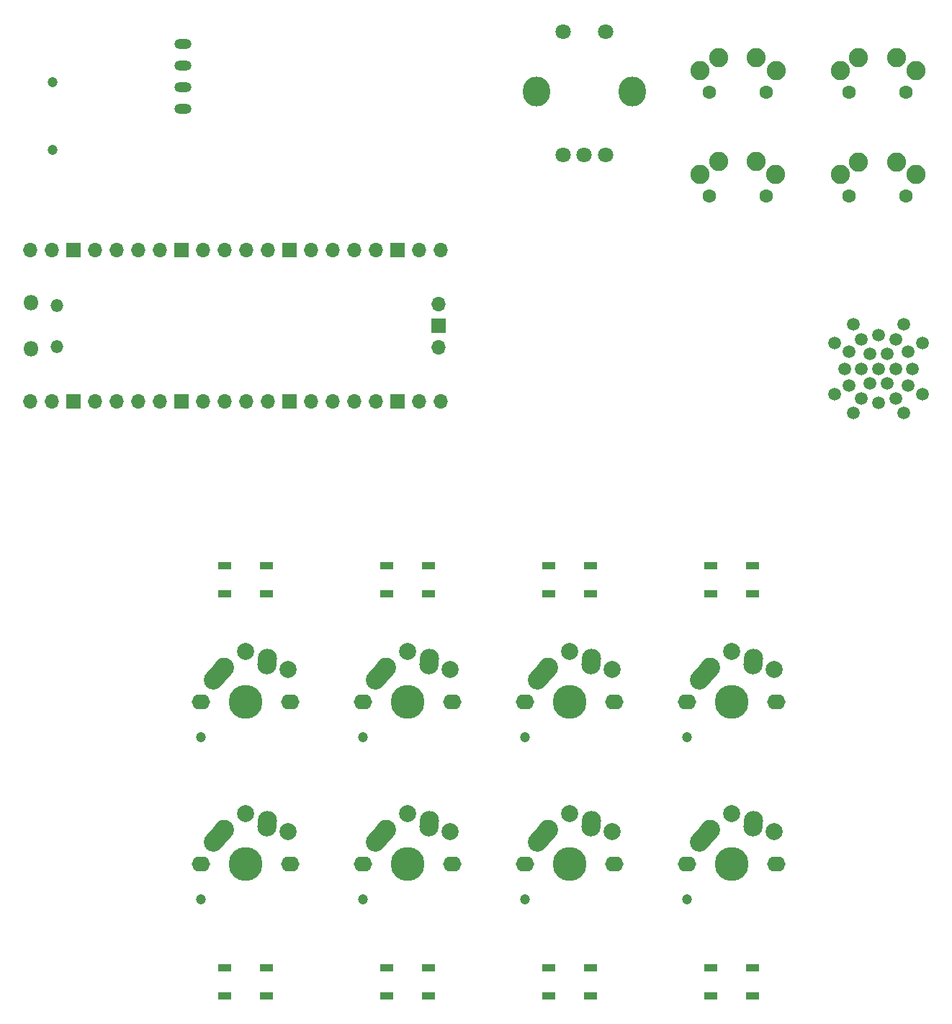
<source format=gbr>
%TF.GenerationSoftware,KiCad,Pcbnew,7.0.2*%
%TF.CreationDate,2023-06-20T02:09:05-06:00*%
%TF.ProjectId,dc31,64633331-2e6b-4696-9361-645f70636258,rev?*%
%TF.SameCoordinates,Original*%
%TF.FileFunction,Soldermask,Top*%
%TF.FilePolarity,Negative*%
%FSLAX46Y46*%
G04 Gerber Fmt 4.6, Leading zero omitted, Abs format (unit mm)*
G04 Created by KiCad (PCBNEW 7.0.2) date 2023-06-20 02:09:05*
%MOMM*%
%LPD*%
G01*
G04 APERTURE LIST*
G04 Aperture macros list*
%AMHorizOval*
0 Thick line with rounded ends*
0 $1 width*
0 $2 $3 position (X,Y) of the first rounded end (center of the circle)*
0 $4 $5 position (X,Y) of the second rounded end (center of the circle)*
0 Add line between two ends*
20,1,$1,$2,$3,$4,$5,0*
0 Add two circle primitives to create the rounded ends*
1,1,$1,$2,$3*
1,1,$1,$4,$5*%
G04 Aperture macros list end*
%ADD10O,2.000000X1.200000*%
%ADD11C,1.600000*%
%ADD12C,2.250000*%
%ADD13O,1.800000X1.800000*%
%ADD14O,1.500000X1.500000*%
%ADD15O,1.700000X1.700000*%
%ADD16R,1.700000X1.700000*%
%ADD17O,2.150000X1.750000*%
%ADD18C,1.200000*%
%ADD19C,3.987800*%
%ADD20HorizOval,2.250000X0.025506X0.374132X-0.025506X-0.374132X0*%
%ADD21C,2.000000*%
%ADD22HorizOval,2.250000X0.654995X0.730004X-0.654995X-0.730004X0*%
%ADD23R,1.500000X0.900000*%
%ADD24C,1.500000*%
%ADD25O,3.200000X3.500000*%
%ADD26C,1.800000*%
G04 APERTURE END LIST*
D10*
%TO.C,J4*%
X116350000Y-50180000D03*
X116350000Y-47640000D03*
X116350000Y-45100000D03*
X116350000Y-42560000D03*
%TD*%
D11*
%TO.C,J3*%
X178220000Y-60480000D03*
X184900000Y-60480000D03*
D12*
X177160000Y-57930000D03*
X186060000Y-57930000D03*
X179310000Y-56430000D03*
X183760000Y-56430000D03*
%TD*%
D13*
%TO.C,U1*%
X98480000Y-72985000D03*
D14*
X101510000Y-73285000D03*
X101510000Y-78135000D03*
D13*
X98480000Y-78435000D03*
D15*
X98350000Y-66820000D03*
X100890000Y-66820000D03*
D16*
X103430000Y-66820000D03*
D15*
X105970000Y-66820000D03*
X108510000Y-66820000D03*
X111050000Y-66820000D03*
X113590000Y-66820000D03*
D16*
X116130000Y-66820000D03*
D15*
X118670000Y-66820000D03*
X121210000Y-66820000D03*
X123750000Y-66820000D03*
X126290000Y-66820000D03*
D16*
X128830000Y-66820000D03*
D15*
X131370000Y-66820000D03*
X133910000Y-66820000D03*
X136450000Y-66820000D03*
X138990000Y-66820000D03*
D16*
X141530000Y-66820000D03*
D15*
X144070000Y-66820000D03*
X146610000Y-66820000D03*
X146610000Y-84600000D03*
X144070000Y-84600000D03*
D16*
X141530000Y-84600000D03*
D15*
X138990000Y-84600000D03*
X136450000Y-84600000D03*
X133910000Y-84600000D03*
X131370000Y-84600000D03*
D16*
X128830000Y-84600000D03*
D15*
X126290000Y-84600000D03*
X123750000Y-84600000D03*
X121210000Y-84600000D03*
X118670000Y-84600000D03*
D16*
X116130000Y-84600000D03*
D15*
X113590000Y-84600000D03*
X111050000Y-84600000D03*
X108510000Y-84600000D03*
X105970000Y-84600000D03*
D16*
X103430000Y-84600000D03*
D15*
X100890000Y-84600000D03*
X98350000Y-84600000D03*
X146380000Y-73170000D03*
D16*
X146380000Y-75710000D03*
D15*
X146380000Y-78250000D03*
%TD*%
D17*
%TO.C,SW8*%
X175568000Y-138915000D03*
D18*
X175628000Y-143115000D03*
D19*
X180848000Y-138915000D03*
D17*
X186128000Y-138915000D03*
D20*
X183358000Y-134165000D03*
D21*
X185848000Y-135115000D03*
D22*
X177692995Y-135644996D03*
D12*
X178348000Y-134915000D03*
D21*
X180848000Y-133015000D03*
%TD*%
D23*
%TO.C,D6*%
X140298000Y-151120000D03*
X140298000Y-154420000D03*
X145198000Y-154420000D03*
X145198000Y-151120000D03*
%TD*%
D24*
%TO.C,REF\u002A\u002A*%
X195130000Y-85956152D03*
X201130000Y-85956152D03*
X198130000Y-84760000D03*
X196130000Y-84224102D03*
X200130000Y-84224102D03*
X192933848Y-83760000D03*
X203326152Y-83760000D03*
X194665898Y-82760000D03*
X201594102Y-82760000D03*
X197130000Y-82492051D03*
X199130000Y-82492051D03*
X194130000Y-80760000D03*
X196130000Y-80760000D03*
X198130000Y-80760000D03*
X200130000Y-80760000D03*
X202130000Y-80760000D03*
X197130000Y-79027949D03*
X199130000Y-79027949D03*
X194665898Y-78760000D03*
X201594102Y-78760000D03*
X192933848Y-77760000D03*
X203326152Y-77760000D03*
X196130000Y-77295898D03*
X200130000Y-77295898D03*
X198130000Y-76760000D03*
X195130000Y-75563848D03*
X201130000Y-75563848D03*
%TD*%
D11*
%TO.C,J5*%
X194668210Y-60490000D03*
X201348210Y-60490000D03*
D12*
X193608210Y-57940000D03*
X202508210Y-57940000D03*
X195758210Y-56440000D03*
X200208210Y-56440000D03*
%TD*%
D17*
%TO.C,SW2*%
X137468000Y-119865000D03*
D18*
X137528000Y-124065000D03*
D19*
X142748000Y-119865000D03*
D17*
X148028000Y-119865000D03*
D20*
X145258000Y-115115000D03*
D21*
X147748000Y-116065000D03*
D22*
X139592995Y-116594996D03*
D12*
X140248000Y-115865000D03*
D21*
X142748000Y-113965000D03*
%TD*%
D17*
%TO.C,SW7*%
X156518000Y-138915000D03*
D18*
X156578000Y-143115000D03*
D19*
X161798000Y-138915000D03*
D17*
X167078000Y-138915000D03*
D20*
X164308000Y-134165000D03*
D21*
X166798000Y-135115000D03*
D22*
X158642995Y-135644996D03*
D12*
X159298000Y-134915000D03*
D21*
X161798000Y-133015000D03*
%TD*%
D23*
%TO.C,D1*%
X121248000Y-103888000D03*
X121248000Y-107188000D03*
X126148000Y-107188000D03*
X126148000Y-103888000D03*
%TD*%
%TO.C,D7*%
X159348000Y-151120000D03*
X159348000Y-154420000D03*
X164248000Y-154420000D03*
X164248000Y-151120000D03*
%TD*%
D11*
%TO.C,J2*%
X178230000Y-48250000D03*
X184910000Y-48250000D03*
D12*
X177170000Y-45700000D03*
X186070000Y-45700000D03*
X179320000Y-44200000D03*
X183770000Y-44200000D03*
%TD*%
D23*
%TO.C,D8*%
X178398000Y-151120000D03*
X178398000Y-154420000D03*
X183298000Y-154420000D03*
X183298000Y-151120000D03*
%TD*%
D17*
%TO.C,SW3*%
X156518000Y-119865000D03*
D18*
X156578000Y-124065000D03*
D19*
X161798000Y-119865000D03*
D17*
X167078000Y-119865000D03*
D20*
X164308000Y-115115000D03*
D21*
X166798000Y-116065000D03*
D22*
X158642995Y-116594996D03*
D12*
X159298000Y-115865000D03*
D21*
X161798000Y-113965000D03*
%TD*%
D17*
%TO.C,SW5*%
X118418000Y-138915000D03*
D18*
X118478000Y-143115000D03*
D19*
X123698000Y-138915000D03*
D17*
X128978000Y-138915000D03*
D20*
X126208000Y-134165000D03*
D21*
X128698000Y-135115000D03*
D22*
X120542995Y-135644996D03*
D12*
X121198000Y-134915000D03*
D21*
X123698000Y-133015000D03*
%TD*%
D18*
%TO.C,J1*%
X101020000Y-55060000D03*
X101020000Y-47080000D03*
%TD*%
D17*
%TO.C,SW4*%
X175568000Y-119865000D03*
D18*
X175628000Y-124065000D03*
D19*
X180848000Y-119865000D03*
D17*
X186128000Y-119865000D03*
D20*
X183358000Y-115115000D03*
D21*
X185848000Y-116065000D03*
D22*
X177692995Y-116594996D03*
D12*
X178348000Y-115865000D03*
D21*
X180848000Y-113965000D03*
%TD*%
D17*
%TO.C,SW6*%
X137468000Y-138915000D03*
D18*
X137528000Y-143115000D03*
D19*
X142748000Y-138915000D03*
D17*
X148028000Y-138915000D03*
D20*
X145258000Y-134165000D03*
D21*
X147748000Y-135115000D03*
D22*
X139592995Y-135644996D03*
D12*
X140248000Y-134915000D03*
D21*
X142748000Y-133015000D03*
%TD*%
D23*
%TO.C,D3*%
X159348000Y-103888000D03*
X159348000Y-107188000D03*
X164248000Y-107188000D03*
X164248000Y-103888000D03*
%TD*%
D11*
%TO.C,J6*%
X194678210Y-48260000D03*
X201358210Y-48260000D03*
D12*
X193618210Y-45710000D03*
X202518210Y-45710000D03*
X195768210Y-44210000D03*
X200218210Y-44210000D03*
%TD*%
D23*
%TO.C,D5*%
X121248000Y-151120000D03*
X121248000Y-154420000D03*
X126148000Y-154420000D03*
X126148000Y-151120000D03*
%TD*%
D17*
%TO.C,SW1*%
X118418000Y-119865000D03*
D18*
X118478000Y-124065000D03*
D19*
X123698000Y-119865000D03*
D17*
X128978000Y-119865000D03*
D20*
X126208000Y-115115000D03*
D21*
X128698000Y-116065000D03*
D22*
X120542995Y-116594996D03*
D12*
X121198000Y-115865000D03*
D21*
X123698000Y-113965000D03*
%TD*%
D25*
%TO.C,SW9*%
X157936000Y-48148000D03*
X169136000Y-48148000D03*
D26*
X161036000Y-55648000D03*
X166036000Y-55648000D03*
X163536000Y-55648000D03*
X161036000Y-41148000D03*
X166036000Y-41148000D03*
%TD*%
D23*
%TO.C,D4*%
X178398000Y-103888000D03*
X178398000Y-107188000D03*
X183298000Y-107188000D03*
X183298000Y-103888000D03*
%TD*%
%TO.C,D2*%
X140298000Y-103888000D03*
X140298000Y-107188000D03*
X145198000Y-107188000D03*
X145198000Y-103888000D03*
%TD*%
M02*

</source>
